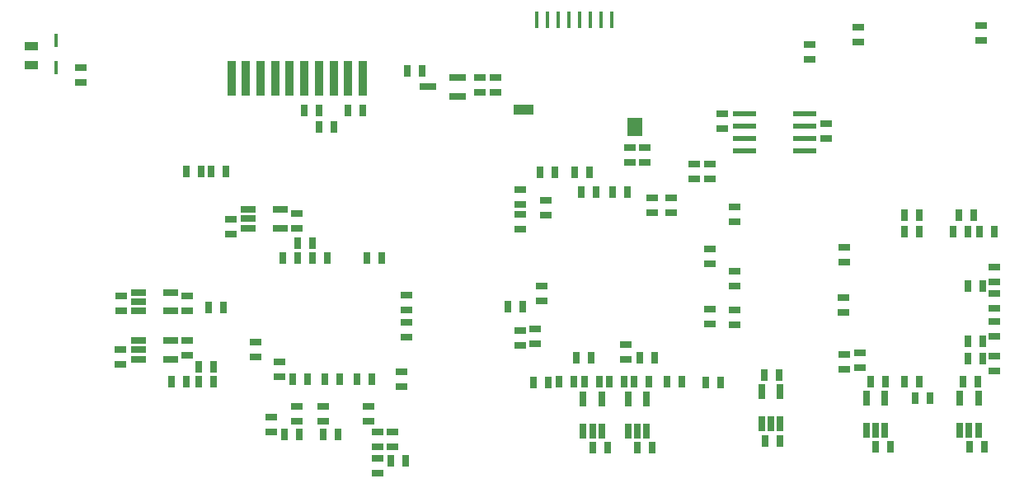
<source format=gbp>
G04 #@! TF.FileFunction,Paste,Bot*
%FSLAX46Y46*%
G04 Gerber Fmt 4.6, Leading zero omitted, Abs format (unit mm)*
G04 Created by KiCad (PCBNEW 4.0.2+dfsg1-stable) date 2016-05-16T01:48:28 EEST*
%MOMM*%
G01*
G04 APERTURE LIST*
%ADD10C,0.150000*%
%ADD11R,1.560000X0.650000*%
%ADD12R,0.650000X1.560000*%
%ADD13R,1.500000X1.900000*%
%ADD14R,2.000000X1.000000*%
%ADD15R,0.400000X1.750000*%
%ADD16R,0.450000X1.400000*%
%ADD17R,1.800860X0.800100*%
%ADD18R,1.397000X0.889000*%
%ADD19R,0.635000X1.143000*%
%ADD20R,1.143000X0.635000*%
%ADD21R,2.350000X0.600000*%
%ADD22R,0.900000X3.600000*%
G04 APERTURE END LIST*
D10*
D11*
X27052000Y-48320100D03*
X27052000Y-47370100D03*
X27052000Y-46420100D03*
X30352000Y-46420100D03*
X30352000Y-48320100D03*
X38336000Y-39812000D03*
X38336000Y-38862000D03*
X38336000Y-37912000D03*
X41636000Y-37912000D03*
X41636000Y-39812000D03*
D12*
X103743800Y-60603400D03*
X102793800Y-60603400D03*
X101843800Y-60603400D03*
X101843800Y-57303400D03*
X103743800Y-57303400D03*
X113340000Y-60603400D03*
X112390000Y-60603400D03*
X111440000Y-60603400D03*
X111440000Y-57303400D03*
X113340000Y-57303400D03*
D11*
X27052000Y-53274000D03*
X27052000Y-52324000D03*
X27052000Y-51374000D03*
X30352000Y-51374000D03*
X30352000Y-53274000D03*
D12*
X74650000Y-60674600D03*
X73700000Y-60674600D03*
X72750000Y-60674600D03*
X72750000Y-57374600D03*
X74650000Y-57374600D03*
X79256000Y-60652600D03*
X78306000Y-60652600D03*
X77356000Y-60652600D03*
X77356000Y-57352600D03*
X79256000Y-57352600D03*
X92984000Y-59928000D03*
X92034000Y-59928000D03*
X91084000Y-59928000D03*
X91084000Y-56628000D03*
X92984000Y-56628000D03*
D13*
X78088000Y-29405000D03*
D14*
X66588000Y-27655000D03*
D15*
X75688000Y-18430000D03*
X74588000Y-18430000D03*
X73488000Y-18430000D03*
X72388000Y-18430000D03*
X71288000Y-18430000D03*
X70188000Y-18430000D03*
X69088000Y-18430000D03*
X67988000Y-18430000D03*
D16*
X18654000Y-23315000D03*
X18654000Y-20515000D03*
D17*
X59817140Y-24367000D03*
X59817140Y-26267000D03*
X56814860Y-25317000D03*
D18*
X16071000Y-23058500D03*
X16071000Y-21153500D03*
D19*
X56232000Y-23694000D03*
X54708000Y-23694000D03*
D20*
X62133000Y-24323000D03*
X62133000Y-25847000D03*
D19*
X54483000Y-63764000D03*
X52959000Y-63764000D03*
D20*
X53142000Y-62271000D03*
X53142000Y-60747000D03*
X63749000Y-24315000D03*
X63749000Y-25839000D03*
D19*
X34300500Y-48017800D03*
X35824500Y-48017800D03*
D20*
X100988000Y-19157000D03*
X100988000Y-20681000D03*
X113629000Y-19004000D03*
X113629000Y-20528000D03*
D19*
X34572000Y-34046000D03*
X36096000Y-34046000D03*
X112235000Y-45811000D03*
X113759000Y-45811000D03*
X112227000Y-51407000D03*
X113751000Y-51407000D03*
X112230000Y-53221000D03*
X113754000Y-53221000D03*
D20*
X41564900Y-53593100D03*
X41564900Y-55117100D03*
X21184000Y-24841000D03*
X21184000Y-23317000D03*
D19*
X113438000Y-40200000D03*
X114962000Y-40200000D03*
D20*
X97686200Y-30618800D03*
X97686200Y-29094800D03*
X79116000Y-33111000D03*
X79116000Y-31587000D03*
X77567000Y-33111000D03*
X77567000Y-31587000D03*
X96000000Y-22462000D03*
X96000000Y-20938000D03*
X87043600Y-29628200D03*
X87043600Y-28104200D03*
X77089000Y-51790600D03*
X77089000Y-53314600D03*
X79806800Y-36728400D03*
X79806800Y-38252400D03*
X81788000Y-38252400D03*
X81788000Y-36728400D03*
D19*
X30480000Y-55626000D03*
X32004000Y-55626000D03*
D20*
X46060000Y-59700000D03*
X46060000Y-58176000D03*
X40688600Y-60743200D03*
X40688600Y-59219200D03*
X101150000Y-52642000D03*
X101150000Y-54166000D03*
D19*
X43429000Y-42896000D03*
X41905000Y-42896000D03*
X66553000Y-47859000D03*
X65029000Y-47859000D03*
D20*
X67807000Y-51694000D03*
X67807000Y-50170000D03*
X51664000Y-63482000D03*
X51664000Y-65006000D03*
X51656000Y-60747000D03*
X51656000Y-62271000D03*
X50703000Y-58177800D03*
X50703000Y-59701800D03*
X43312000Y-58167000D03*
X43312000Y-59691000D03*
X85800000Y-43462000D03*
X85800000Y-41938000D03*
X68935600Y-36931600D03*
X68935600Y-38455600D03*
D19*
X92862400Y-54914800D03*
X91338400Y-54914800D03*
X79522000Y-55625000D03*
X77998000Y-55625000D03*
X74447400Y-55630000D03*
X72923400Y-55630000D03*
D20*
X32105600Y-52908200D03*
X32105600Y-51384200D03*
D19*
X75230000Y-62390600D03*
X73706000Y-62390600D03*
X92964000Y-61696600D03*
X91440000Y-61696600D03*
X79859000Y-62395600D03*
X78335000Y-62395600D03*
X113320600Y-55600600D03*
X111796600Y-55600600D03*
X103762000Y-55600000D03*
X102238000Y-55600000D03*
X113929000Y-62311000D03*
X112405000Y-62311000D03*
X104323000Y-62316000D03*
X102799000Y-62316000D03*
X112862000Y-38500000D03*
X111338000Y-38500000D03*
X110738000Y-40200000D03*
X112262000Y-40200000D03*
X107262000Y-40200000D03*
X105738000Y-40200000D03*
X105738000Y-38500000D03*
X107262000Y-38500000D03*
D20*
X99600000Y-41838000D03*
X99600000Y-43362000D03*
X115000000Y-45362000D03*
X115000000Y-43838000D03*
X99500000Y-48462000D03*
X99500000Y-46938000D03*
X115000000Y-48062000D03*
X115000000Y-46538000D03*
X115000000Y-50962000D03*
X115000000Y-49438000D03*
X99600000Y-52838000D03*
X99600000Y-54362000D03*
X115000000Y-52938000D03*
X115000000Y-54462000D03*
D19*
X108362000Y-57300000D03*
X106838000Y-57300000D03*
X107262000Y-55600000D03*
X105738000Y-55600000D03*
X70238000Y-55630000D03*
X71762000Y-55630000D03*
X75457000Y-55625000D03*
X76981000Y-55625000D03*
X82850000Y-55621000D03*
X81326000Y-55621000D03*
X69162000Y-55700000D03*
X67638000Y-55700000D03*
X72038000Y-53100000D03*
X73562000Y-53100000D03*
X78538000Y-53100000D03*
X80062000Y-53100000D03*
X85338000Y-55700000D03*
X86862000Y-55700000D03*
D20*
X66300000Y-51862000D03*
X66300000Y-50338000D03*
X88300000Y-49762000D03*
X88300000Y-48238000D03*
X85800000Y-49662000D03*
X85800000Y-48138000D03*
D19*
X44117600Y-27710500D03*
X45641600Y-27710500D03*
D20*
X88300000Y-45762000D03*
X88300000Y-44238000D03*
X68524000Y-45796000D03*
X68524000Y-47320000D03*
X66300000Y-39962000D03*
X66300000Y-38438000D03*
X88300000Y-39162000D03*
X88300000Y-37638000D03*
X66300000Y-35838000D03*
X66300000Y-37362000D03*
D19*
X74062000Y-36100000D03*
X72538000Y-36100000D03*
D20*
X85786000Y-34768000D03*
X85786000Y-33244000D03*
D19*
X69863000Y-34064000D03*
X68339000Y-34064000D03*
X71838000Y-34061000D03*
X73362000Y-34061000D03*
X77262000Y-36100000D03*
X75738000Y-36100000D03*
D20*
X84115000Y-34773000D03*
X84115000Y-33249000D03*
X25187000Y-53777000D03*
X25187000Y-52253000D03*
X43365000Y-39807000D03*
X43365000Y-38283000D03*
X32065300Y-48309900D03*
X32065300Y-46785900D03*
X36593000Y-40401000D03*
X36593000Y-38877000D03*
X25296200Y-46824000D03*
X25296200Y-48348000D03*
D19*
X50137400Y-27761300D03*
X48613400Y-27761300D03*
X45659000Y-29444000D03*
X47183000Y-29444000D03*
X46482000Y-42926000D03*
X44958000Y-42926000D03*
X43434000Y-41402000D03*
X44958000Y-41402000D03*
X52070000Y-42926000D03*
X50546000Y-42926000D03*
X33490000Y-34046000D03*
X31966000Y-34046000D03*
D20*
X54610000Y-48260000D03*
X54610000Y-46736000D03*
X54610000Y-51054000D03*
X54610000Y-49530000D03*
X39116000Y-51562000D03*
X39116000Y-53086000D03*
D19*
X33274000Y-54102000D03*
X34798000Y-54102000D03*
X33274000Y-55626000D03*
X34798000Y-55626000D03*
D20*
X54102000Y-56134000D03*
X54102000Y-54610000D03*
D19*
X46228000Y-55372000D03*
X47752000Y-55372000D03*
X49530000Y-55372000D03*
X51054000Y-55372000D03*
X42926000Y-55372000D03*
X44450000Y-55372000D03*
X46073400Y-60997200D03*
X47597400Y-60997200D03*
X42111000Y-60997200D03*
X43635000Y-60997200D03*
D21*
X95490300Y-28104200D03*
X95490300Y-29374200D03*
X95490300Y-30644200D03*
X95490300Y-31914200D03*
X89290300Y-31914200D03*
X89290300Y-30644200D03*
X89290300Y-29374200D03*
X89290300Y-28104200D03*
D22*
X50126200Y-24406600D03*
X48626200Y-24406600D03*
X41126200Y-24406600D03*
X42626200Y-24406600D03*
X44126200Y-24406600D03*
X45626200Y-24406600D03*
X39626200Y-24406600D03*
X38126200Y-24406600D03*
X36626200Y-24406600D03*
X47126200Y-24406600D03*
M02*

</source>
